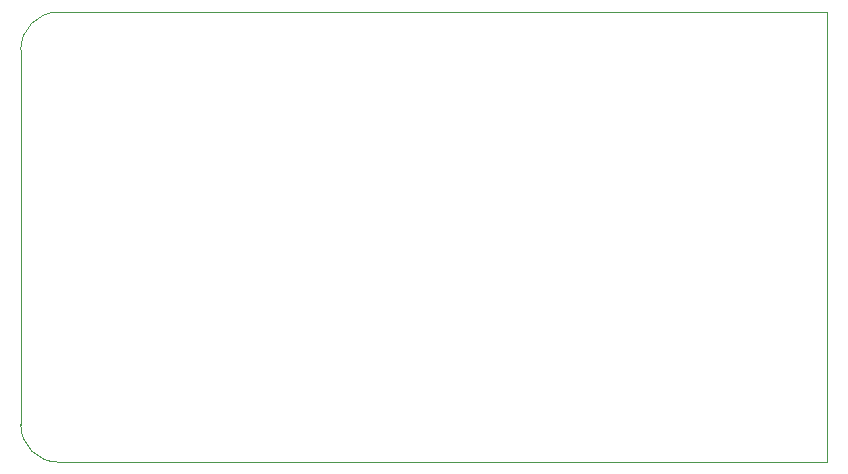
<source format=gbr>
%TF.GenerationSoftware,KiCad,Pcbnew,(6.0.5)*%
%TF.CreationDate,2022-12-18T12:47:56-06:00*%
%TF.ProjectId,ai03-pcb-tutorial,61693033-2d70-4636-922d-7475746f7269,rev?*%
%TF.SameCoordinates,Original*%
%TF.FileFunction,Profile,NP*%
%FSLAX46Y46*%
G04 Gerber Fmt 4.6, Leading zero omitted, Abs format (unit mm)*
G04 Created by KiCad (PCBNEW (6.0.5)) date 2022-12-18 12:47:56*
%MOMM*%
%LPD*%
G01*
G04 APERTURE LIST*
%TA.AperFunction,Profile*%
%ADD10C,0.100000*%
%TD*%
G04 APERTURE END LIST*
D10*
X164306250Y-112712500D02*
X164306250Y-150812500D01*
X99218750Y-112712500D02*
X164306250Y-112712500D01*
X164306250Y-150812500D02*
X99218750Y-150812500D01*
X96043750Y-115887500D02*
X96043750Y-147637500D01*
X99218750Y-112712500D02*
G75*
G03*
X96043750Y-115887500I0J-3175000D01*
G01*
X96043750Y-147637500D02*
G75*
G03*
X99218750Y-150812500I3175000J0D01*
G01*
M02*

</source>
